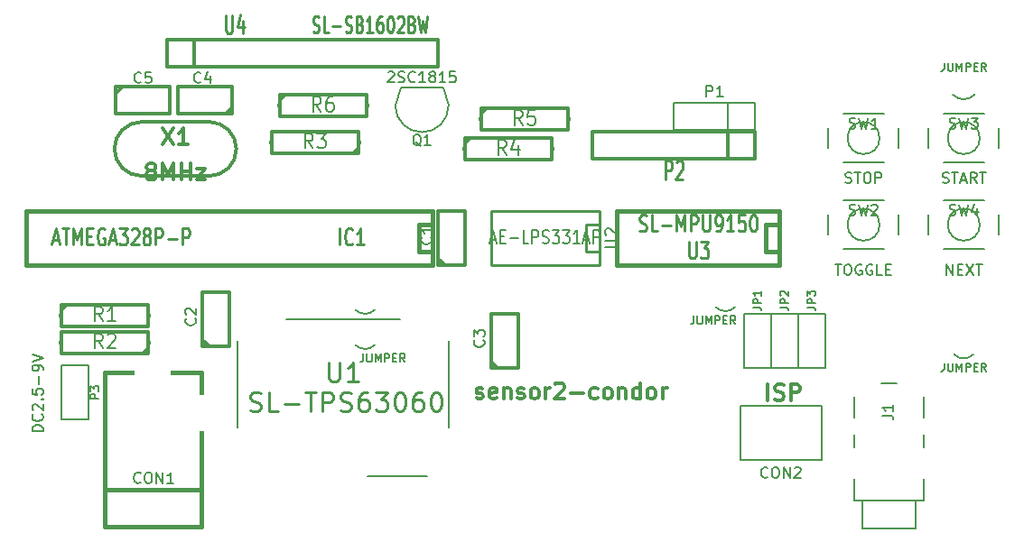
<source format=gto>
G04 (created by PCBNEW (2013-07-07 BZR 4022)-stable) date 2014/09/12 23:22:48*
%MOIN*%
G04 Gerber Fmt 3.4, Leading zero omitted, Abs format*
%FSLAX34Y34*%
G01*
G70*
G90*
G04 APERTURE LIST*
%ADD10C,0.00590551*%
%ADD11C,0.006*%
%ADD12C,0.00787402*%
%ADD13C,0.011811*%
%ADD14C,0.012*%
%ADD15C,0.008*%
%ADD16C,0.0125*%
%ADD17C,0.01*%
%ADD18C,0.015*%
%ADD19C,0.0107*%
%ADD20C,0.01125*%
%ADD21C,0.06*%
%ADD22R,0.055X0.055*%
%ADD23C,0.055*%
%ADD24R,0.06X0.06*%
%ADD25C,0.056*%
%ADD26R,0.1378X0.1378*%
%ADD27C,0.0787402*%
%ADD28C,0.0393701*%
%ADD29C,0.244094*%
%ADD30C,0.0944882*%
%ADD31C,0.0511811*%
G04 APERTURE END LIST*
G54D10*
G54D11*
X35506Y17746D02*
X35506Y17532D01*
X35491Y17489D01*
X35463Y17460D01*
X35420Y17446D01*
X35391Y17446D01*
X35648Y17746D02*
X35648Y17503D01*
X35663Y17474D01*
X35677Y17460D01*
X35706Y17446D01*
X35763Y17446D01*
X35791Y17460D01*
X35806Y17474D01*
X35820Y17503D01*
X35820Y17746D01*
X35963Y17446D02*
X35963Y17746D01*
X36063Y17532D01*
X36163Y17746D01*
X36163Y17446D01*
X36306Y17446D02*
X36306Y17746D01*
X36420Y17746D01*
X36448Y17732D01*
X36463Y17717D01*
X36477Y17689D01*
X36477Y17646D01*
X36463Y17617D01*
X36448Y17603D01*
X36420Y17589D01*
X36306Y17589D01*
X36606Y17603D02*
X36706Y17603D01*
X36748Y17446D02*
X36606Y17446D01*
X36606Y17746D01*
X36748Y17746D01*
X37048Y17446D02*
X36948Y17589D01*
X36877Y17446D02*
X36877Y17746D01*
X36991Y17746D01*
X37020Y17732D01*
X37034Y17717D01*
X37048Y17689D01*
X37048Y17646D01*
X37034Y17617D01*
X37020Y17603D01*
X36991Y17589D01*
X36877Y17589D01*
G54D12*
X35827Y16567D02*
G75*
G03X36627Y16567I399J399D01*
G74*
G01*
X35877Y6967D02*
G75*
G03X36577Y6967I349J349D01*
G74*
G01*
G54D11*
X35506Y6646D02*
X35506Y6432D01*
X35491Y6389D01*
X35463Y6360D01*
X35420Y6346D01*
X35391Y6346D01*
X35648Y6646D02*
X35648Y6403D01*
X35663Y6374D01*
X35677Y6360D01*
X35706Y6346D01*
X35763Y6346D01*
X35791Y6360D01*
X35806Y6374D01*
X35820Y6403D01*
X35820Y6646D01*
X35963Y6346D02*
X35963Y6646D01*
X36063Y6432D01*
X36163Y6646D01*
X36163Y6346D01*
X36306Y6346D02*
X36306Y6646D01*
X36420Y6646D01*
X36448Y6632D01*
X36463Y6617D01*
X36477Y6589D01*
X36477Y6546D01*
X36463Y6517D01*
X36448Y6503D01*
X36420Y6489D01*
X36306Y6489D01*
X36606Y6503D02*
X36706Y6503D01*
X36748Y6346D02*
X36606Y6346D01*
X36606Y6646D01*
X36748Y6646D01*
X37048Y6346D02*
X36948Y6489D01*
X36877Y6346D02*
X36877Y6646D01*
X36991Y6646D01*
X37020Y6632D01*
X37034Y6617D01*
X37048Y6589D01*
X37048Y6546D01*
X37034Y6517D01*
X37020Y6503D01*
X36991Y6489D01*
X36877Y6489D01*
G54D13*
X29001Y5278D02*
X29001Y5869D01*
X29254Y5306D02*
X29338Y5278D01*
X29479Y5278D01*
X29535Y5306D01*
X29563Y5334D01*
X29591Y5391D01*
X29591Y5447D01*
X29563Y5503D01*
X29535Y5531D01*
X29479Y5559D01*
X29366Y5588D01*
X29310Y5616D01*
X29282Y5644D01*
X29254Y5700D01*
X29254Y5756D01*
X29282Y5812D01*
X29310Y5841D01*
X29366Y5869D01*
X29507Y5869D01*
X29591Y5841D01*
X29844Y5278D02*
X29844Y5869D01*
X30069Y5869D01*
X30125Y5841D01*
X30154Y5812D01*
X30182Y5756D01*
X30182Y5672D01*
X30154Y5616D01*
X30125Y5588D01*
X30069Y5559D01*
X29844Y5559D01*
G54D11*
X26256Y8396D02*
X26256Y8182D01*
X26241Y8139D01*
X26213Y8110D01*
X26170Y8096D01*
X26141Y8096D01*
X26398Y8396D02*
X26398Y8153D01*
X26413Y8124D01*
X26427Y8110D01*
X26456Y8096D01*
X26513Y8096D01*
X26541Y8110D01*
X26556Y8124D01*
X26570Y8153D01*
X26570Y8396D01*
X26713Y8096D02*
X26713Y8396D01*
X26813Y8182D01*
X26913Y8396D01*
X26913Y8096D01*
X27056Y8096D02*
X27056Y8396D01*
X27170Y8396D01*
X27198Y8382D01*
X27213Y8367D01*
X27227Y8339D01*
X27227Y8296D01*
X27213Y8267D01*
X27198Y8253D01*
X27170Y8239D01*
X27056Y8239D01*
X27356Y8253D02*
X27456Y8253D01*
X27498Y8096D02*
X27356Y8096D01*
X27356Y8396D01*
X27498Y8396D01*
X27798Y8096D02*
X27698Y8239D01*
X27627Y8096D02*
X27627Y8396D01*
X27741Y8396D01*
X27770Y8382D01*
X27784Y8367D01*
X27798Y8339D01*
X27798Y8296D01*
X27784Y8267D01*
X27770Y8253D01*
X27741Y8239D01*
X27627Y8239D01*
G54D12*
X27077Y8717D02*
G75*
G03X27777Y8717I349J349D01*
G74*
G01*
X13777Y8617D02*
G75*
G03X14477Y8617I349J349D01*
G74*
G01*
G54D11*
X14056Y6996D02*
X14056Y6782D01*
X14041Y6739D01*
X14013Y6710D01*
X13970Y6696D01*
X13941Y6696D01*
X14198Y6996D02*
X14198Y6753D01*
X14213Y6724D01*
X14227Y6710D01*
X14256Y6696D01*
X14313Y6696D01*
X14341Y6710D01*
X14356Y6724D01*
X14370Y6753D01*
X14370Y6996D01*
X14513Y6696D02*
X14513Y6996D01*
X14613Y6782D01*
X14713Y6996D01*
X14713Y6696D01*
X14856Y6696D02*
X14856Y6996D01*
X14970Y6996D01*
X14998Y6982D01*
X15013Y6967D01*
X15027Y6939D01*
X15027Y6896D01*
X15013Y6867D01*
X14998Y6853D01*
X14970Y6839D01*
X14856Y6839D01*
X15156Y6853D02*
X15256Y6853D01*
X15298Y6696D02*
X15156Y6696D01*
X15156Y6996D01*
X15298Y6996D01*
X15598Y6696D02*
X15498Y6839D01*
X15427Y6696D02*
X15427Y6996D01*
X15541Y6996D01*
X15570Y6982D01*
X15584Y6967D01*
X15598Y6939D01*
X15598Y6896D01*
X15584Y6867D01*
X15570Y6853D01*
X15541Y6839D01*
X15427Y6839D01*
G54D12*
X13777Y7317D02*
G75*
G03X14477Y7317I349J349D01*
G74*
G01*
G54D13*
X18240Y5356D02*
X18296Y5328D01*
X18409Y5328D01*
X18465Y5356D01*
X18493Y5413D01*
X18493Y5441D01*
X18465Y5497D01*
X18409Y5525D01*
X18324Y5525D01*
X18268Y5553D01*
X18240Y5609D01*
X18240Y5638D01*
X18268Y5694D01*
X18324Y5722D01*
X18409Y5722D01*
X18465Y5694D01*
X18971Y5356D02*
X18915Y5328D01*
X18802Y5328D01*
X18746Y5356D01*
X18718Y5413D01*
X18718Y5638D01*
X18746Y5694D01*
X18802Y5722D01*
X18915Y5722D01*
X18971Y5694D01*
X18999Y5638D01*
X18999Y5581D01*
X18718Y5525D01*
X19252Y5722D02*
X19252Y5328D01*
X19252Y5666D02*
X19280Y5694D01*
X19337Y5722D01*
X19421Y5722D01*
X19477Y5694D01*
X19505Y5638D01*
X19505Y5328D01*
X19759Y5356D02*
X19815Y5328D01*
X19927Y5328D01*
X19984Y5356D01*
X20012Y5413D01*
X20012Y5441D01*
X19984Y5497D01*
X19927Y5525D01*
X19843Y5525D01*
X19787Y5553D01*
X19759Y5609D01*
X19759Y5638D01*
X19787Y5694D01*
X19843Y5722D01*
X19927Y5722D01*
X19984Y5694D01*
X20349Y5328D02*
X20293Y5356D01*
X20265Y5384D01*
X20237Y5441D01*
X20237Y5609D01*
X20265Y5666D01*
X20293Y5694D01*
X20349Y5722D01*
X20433Y5722D01*
X20490Y5694D01*
X20518Y5666D01*
X20546Y5609D01*
X20546Y5441D01*
X20518Y5384D01*
X20490Y5356D01*
X20433Y5328D01*
X20349Y5328D01*
X20799Y5328D02*
X20799Y5722D01*
X20799Y5609D02*
X20827Y5666D01*
X20855Y5694D01*
X20912Y5722D01*
X20968Y5722D01*
X21137Y5862D02*
X21165Y5891D01*
X21221Y5919D01*
X21361Y5919D01*
X21418Y5891D01*
X21446Y5862D01*
X21474Y5806D01*
X21474Y5750D01*
X21446Y5666D01*
X21108Y5328D01*
X21474Y5328D01*
X21727Y5553D02*
X22177Y5553D01*
X22711Y5356D02*
X22655Y5328D01*
X22543Y5328D01*
X22486Y5356D01*
X22458Y5384D01*
X22430Y5441D01*
X22430Y5609D01*
X22458Y5666D01*
X22486Y5694D01*
X22543Y5722D01*
X22655Y5722D01*
X22711Y5694D01*
X23049Y5328D02*
X22993Y5356D01*
X22964Y5384D01*
X22936Y5441D01*
X22936Y5609D01*
X22964Y5666D01*
X22993Y5694D01*
X23049Y5722D01*
X23133Y5722D01*
X23189Y5694D01*
X23217Y5666D01*
X23246Y5609D01*
X23246Y5441D01*
X23217Y5384D01*
X23189Y5356D01*
X23133Y5328D01*
X23049Y5328D01*
X23499Y5722D02*
X23499Y5328D01*
X23499Y5666D02*
X23527Y5694D01*
X23583Y5722D01*
X23667Y5722D01*
X23724Y5694D01*
X23752Y5638D01*
X23752Y5328D01*
X24286Y5328D02*
X24286Y5919D01*
X24286Y5356D02*
X24230Y5328D01*
X24117Y5328D01*
X24061Y5356D01*
X24033Y5384D01*
X24005Y5441D01*
X24005Y5609D01*
X24033Y5666D01*
X24061Y5694D01*
X24117Y5722D01*
X24230Y5722D01*
X24286Y5694D01*
X24652Y5328D02*
X24595Y5356D01*
X24567Y5384D01*
X24539Y5441D01*
X24539Y5609D01*
X24567Y5666D01*
X24595Y5694D01*
X24652Y5722D01*
X24736Y5722D01*
X24792Y5694D01*
X24820Y5666D01*
X24849Y5609D01*
X24849Y5441D01*
X24820Y5384D01*
X24792Y5356D01*
X24736Y5328D01*
X24652Y5328D01*
X25102Y5328D02*
X25102Y5722D01*
X25102Y5609D02*
X25130Y5666D01*
X25158Y5694D01*
X25214Y5722D01*
X25270Y5722D01*
G54D10*
X11227Y8267D02*
X15427Y8267D01*
X17227Y4267D02*
X17227Y7467D01*
X14227Y2467D02*
X16427Y2467D01*
X9427Y7467D02*
X9427Y4267D01*
G54D14*
X28527Y15217D02*
X28527Y14217D01*
X28527Y14217D02*
X22527Y14217D01*
X22527Y14217D02*
X22527Y15217D01*
X22527Y15217D02*
X28527Y15217D01*
X27527Y15217D02*
X27527Y14217D01*
X6811Y17610D02*
X6811Y18610D01*
X6811Y18610D02*
X16811Y18610D01*
X16811Y18610D02*
X16811Y17610D01*
X16811Y17610D02*
X6811Y17610D01*
X7811Y17610D02*
X7811Y18610D01*
X2527Y8417D02*
X2927Y8417D01*
X2927Y8417D02*
X2927Y8817D01*
X2927Y8817D02*
X6127Y8817D01*
X6127Y8817D02*
X6127Y8017D01*
X6127Y8017D02*
X2927Y8017D01*
X2927Y8017D02*
X2927Y8417D01*
X2927Y8617D02*
X3127Y8817D01*
X6527Y8417D02*
X6127Y8417D01*
X6527Y7417D02*
X6127Y7417D01*
X6127Y7417D02*
X6127Y7017D01*
X6127Y7017D02*
X2927Y7017D01*
X2927Y7017D02*
X2927Y7817D01*
X2927Y7817D02*
X6127Y7817D01*
X6127Y7817D02*
X6127Y7417D01*
X6127Y7217D02*
X5927Y7017D01*
X2527Y7417D02*
X2927Y7417D01*
X14277Y14817D02*
X13877Y14817D01*
X13877Y14817D02*
X13877Y14417D01*
X13877Y14417D02*
X10677Y14417D01*
X10677Y14417D02*
X10677Y15217D01*
X10677Y15217D02*
X13877Y15217D01*
X13877Y15217D02*
X13877Y14817D01*
X13877Y14617D02*
X13677Y14417D01*
X10277Y14817D02*
X10677Y14817D01*
X10577Y16167D02*
X10977Y16167D01*
X10977Y16167D02*
X10977Y16567D01*
X10977Y16567D02*
X14177Y16567D01*
X14177Y16567D02*
X14177Y15767D01*
X14177Y15767D02*
X10977Y15767D01*
X10977Y15767D02*
X10977Y16167D01*
X10977Y16367D02*
X11177Y16567D01*
X14577Y16167D02*
X14177Y16167D01*
X17427Y14567D02*
X17827Y14567D01*
X17827Y14567D02*
X17827Y14967D01*
X17827Y14967D02*
X21027Y14967D01*
X21027Y14967D02*
X21027Y14167D01*
X21027Y14167D02*
X17827Y14167D01*
X17827Y14167D02*
X17827Y14567D01*
X17827Y14767D02*
X18027Y14967D01*
X21427Y14567D02*
X21027Y14567D01*
X18027Y15667D02*
X18427Y15667D01*
X18427Y15667D02*
X18427Y16067D01*
X18427Y16067D02*
X21627Y16067D01*
X21627Y16067D02*
X21627Y15267D01*
X21627Y15267D02*
X18427Y15267D01*
X18427Y15267D02*
X18427Y15667D01*
X18427Y15867D02*
X18627Y16067D01*
X22027Y15667D02*
X21627Y15667D01*
G54D15*
X27977Y5067D02*
X30977Y5067D01*
X30977Y3067D02*
X27977Y3067D01*
X27977Y3067D02*
X27977Y5067D01*
X30977Y5067D02*
X30977Y3067D01*
G54D11*
X28527Y16267D02*
X28527Y15267D01*
X28527Y15267D02*
X25527Y15267D01*
X25527Y15267D02*
X25527Y16267D01*
X25527Y16267D02*
X28527Y16267D01*
X27527Y15267D02*
X27527Y16267D01*
X2927Y6567D02*
X3927Y6567D01*
X3927Y6567D02*
X3927Y4567D01*
X3927Y4567D02*
X2927Y4567D01*
X2927Y4567D02*
X2927Y6567D01*
X31127Y6467D02*
X30127Y6467D01*
X30127Y6467D02*
X30127Y8467D01*
X30127Y8467D02*
X31127Y8467D01*
X31127Y8467D02*
X31127Y6467D01*
X30127Y6467D02*
X29127Y6467D01*
X29127Y6467D02*
X29127Y8467D01*
X29127Y8467D02*
X30127Y8467D01*
X30127Y8467D02*
X30127Y6467D01*
X29127Y6467D02*
X28127Y6467D01*
X28127Y6467D02*
X28127Y8467D01*
X28127Y8467D02*
X29127Y8467D01*
X29127Y8467D02*
X29127Y6467D01*
G54D16*
X5877Y13567D02*
X8377Y13567D01*
X5877Y15567D02*
X8377Y15567D01*
X9377Y14567D02*
G75*
G03X8377Y15567I-1000J0D01*
G74*
G01*
X8377Y13567D02*
G75*
G03X9377Y14567I0J1000D01*
G74*
G01*
X5877Y15567D02*
G75*
G03X4877Y14567I0J-1000D01*
G74*
G01*
X4877Y14567D02*
G75*
G03X5877Y13567I1000J0D01*
G74*
G01*
G54D17*
X22777Y10767D02*
X22277Y10767D01*
X22277Y10767D02*
X22277Y11767D01*
X22277Y11767D02*
X22777Y11767D01*
X22777Y10267D02*
X18777Y10267D01*
X18777Y10267D02*
X18777Y12267D01*
X18777Y12267D02*
X22777Y12267D01*
X22777Y12267D02*
X22777Y10267D01*
G54D18*
X16627Y10267D02*
X1627Y10267D01*
X1627Y10267D02*
X1627Y12267D01*
X1627Y12267D02*
X16627Y12267D01*
X16627Y12267D02*
X16627Y10267D01*
X16627Y10767D02*
X16127Y10767D01*
X16127Y10767D02*
X16127Y11767D01*
X16127Y11767D02*
X16627Y11767D01*
X29427Y12267D02*
X23427Y12267D01*
X23427Y12267D02*
X23427Y10267D01*
X23427Y10267D02*
X29427Y10267D01*
X29427Y10767D02*
X28927Y10767D01*
X28927Y10767D02*
X28927Y11767D01*
X28927Y11767D02*
X29427Y11767D01*
X29427Y10267D02*
X29427Y12267D01*
G54D14*
X9207Y15867D02*
X7227Y15867D01*
X7227Y15867D02*
X7227Y16867D01*
X7227Y16867D02*
X9227Y16867D01*
X9227Y16867D02*
X9227Y15867D01*
X9227Y16117D02*
X8977Y15867D01*
X4947Y16867D02*
X6927Y16867D01*
X6927Y16867D02*
X6927Y15867D01*
X6927Y15867D02*
X4927Y15867D01*
X4927Y15867D02*
X4927Y16867D01*
X4927Y16617D02*
X5177Y16867D01*
X8127Y7287D02*
X8127Y9267D01*
X8127Y9267D02*
X9127Y9267D01*
X9127Y9267D02*
X9127Y7267D01*
X9127Y7267D02*
X8127Y7267D01*
X8377Y7267D02*
X8127Y7517D01*
X18777Y6487D02*
X18777Y8467D01*
X18777Y8467D02*
X19777Y8467D01*
X19777Y8467D02*
X19777Y6467D01*
X19777Y6467D02*
X18777Y6467D01*
X19027Y6467D02*
X18777Y6717D01*
X16827Y10287D02*
X16827Y12267D01*
X16827Y12267D02*
X17827Y12267D01*
X17827Y12267D02*
X17827Y10267D01*
X17827Y10267D02*
X16827Y10267D01*
X17077Y10267D02*
X16827Y10517D01*
G54D18*
X4527Y1968D02*
X8071Y1968D01*
X4527Y590D02*
X8071Y590D01*
X8071Y590D02*
X8071Y6299D01*
X8071Y6299D02*
X4527Y6299D01*
X4527Y6299D02*
X4527Y590D01*
G54D10*
X33118Y11767D02*
G75*
G03X33118Y11767I-590J0D01*
G74*
G01*
X31779Y10862D02*
X33275Y10862D01*
X31779Y12673D02*
X33275Y12673D01*
X31228Y12122D02*
X31228Y11413D01*
X33826Y11413D02*
X33826Y12122D01*
X36818Y11767D02*
G75*
G03X36818Y11767I-590J0D01*
G74*
G01*
X35479Y10862D02*
X36975Y10862D01*
X35479Y12673D02*
X36975Y12673D01*
X34928Y12122D02*
X34928Y11413D01*
X37526Y11413D02*
X37526Y12122D01*
X36818Y14967D02*
G75*
G03X36818Y14967I-590J0D01*
G74*
G01*
X35479Y14062D02*
X36975Y14062D01*
X35479Y15873D02*
X36975Y15873D01*
X34928Y15322D02*
X34928Y14613D01*
X37526Y14613D02*
X37526Y15322D01*
X33118Y14967D02*
G75*
G03X33118Y14967I-590J0D01*
G74*
G01*
X31779Y14062D02*
X33275Y14062D01*
X31779Y15873D02*
X33275Y15873D01*
X31228Y15322D02*
X31228Y14613D01*
X33826Y14613D02*
X33826Y15322D01*
X15243Y16167D02*
X15440Y16837D01*
X15440Y16837D02*
X17014Y16837D01*
X17014Y16837D02*
X17211Y16167D01*
X15243Y16167D02*
G75*
G03X16227Y15183I984J0D01*
G74*
G01*
X16227Y15183D02*
G75*
G03X17211Y16167I0J984D01*
G74*
G01*
X32480Y1574D02*
X32185Y1574D01*
X32185Y1574D02*
X32185Y2362D01*
X34448Y1574D02*
X34744Y1574D01*
X34744Y1574D02*
X34744Y2362D01*
X34448Y1574D02*
X34448Y551D01*
X34448Y551D02*
X32480Y551D01*
X32480Y551D02*
X32480Y1574D01*
X34448Y1574D02*
X32480Y1574D01*
X32185Y4625D02*
X32185Y5413D01*
X34744Y4625D02*
X34744Y5413D01*
X34744Y3543D02*
X34744Y4015D01*
X32185Y3543D02*
X32185Y3996D01*
X33740Y5905D02*
X33188Y5905D01*
G54D17*
X12794Y6684D02*
X12794Y6117D01*
X12827Y6051D01*
X12860Y6017D01*
X12927Y5984D01*
X13060Y5984D01*
X13127Y6017D01*
X13160Y6051D01*
X13194Y6117D01*
X13194Y6684D01*
X13894Y5984D02*
X13494Y5984D01*
X13694Y5984D02*
X13694Y6684D01*
X13627Y6584D01*
X13560Y6517D01*
X13494Y6484D01*
X9894Y4917D02*
X9994Y4884D01*
X10160Y4884D01*
X10227Y4917D01*
X10260Y4951D01*
X10294Y5017D01*
X10294Y5084D01*
X10260Y5151D01*
X10227Y5184D01*
X10160Y5217D01*
X10027Y5251D01*
X9960Y5284D01*
X9927Y5317D01*
X9894Y5384D01*
X9894Y5451D01*
X9927Y5517D01*
X9960Y5551D01*
X10027Y5584D01*
X10194Y5584D01*
X10294Y5551D01*
X10927Y4884D02*
X10594Y4884D01*
X10594Y5584D01*
X11160Y5151D02*
X11694Y5151D01*
X11927Y5584D02*
X12327Y5584D01*
X12127Y4884D02*
X12127Y5584D01*
X12560Y4884D02*
X12560Y5584D01*
X12827Y5584D01*
X12894Y5551D01*
X12927Y5517D01*
X12960Y5451D01*
X12960Y5351D01*
X12927Y5284D01*
X12894Y5251D01*
X12827Y5217D01*
X12560Y5217D01*
X13227Y4917D02*
X13327Y4884D01*
X13494Y4884D01*
X13560Y4917D01*
X13594Y4951D01*
X13627Y5017D01*
X13627Y5084D01*
X13594Y5151D01*
X13560Y5184D01*
X13494Y5217D01*
X13360Y5251D01*
X13294Y5284D01*
X13260Y5317D01*
X13227Y5384D01*
X13227Y5451D01*
X13260Y5517D01*
X13294Y5551D01*
X13360Y5584D01*
X13527Y5584D01*
X13627Y5551D01*
X14227Y5584D02*
X14094Y5584D01*
X14027Y5551D01*
X13994Y5517D01*
X13927Y5417D01*
X13894Y5284D01*
X13894Y5017D01*
X13927Y4951D01*
X13960Y4917D01*
X14027Y4884D01*
X14160Y4884D01*
X14227Y4917D01*
X14260Y4951D01*
X14294Y5017D01*
X14294Y5184D01*
X14260Y5251D01*
X14227Y5284D01*
X14160Y5317D01*
X14027Y5317D01*
X13960Y5284D01*
X13927Y5251D01*
X13894Y5184D01*
X14527Y5584D02*
X14960Y5584D01*
X14727Y5317D01*
X14827Y5317D01*
X14894Y5284D01*
X14927Y5251D01*
X14960Y5184D01*
X14960Y5017D01*
X14927Y4951D01*
X14894Y4917D01*
X14827Y4884D01*
X14627Y4884D01*
X14560Y4917D01*
X14527Y4951D01*
X15394Y5584D02*
X15460Y5584D01*
X15527Y5551D01*
X15560Y5517D01*
X15594Y5451D01*
X15627Y5317D01*
X15627Y5151D01*
X15594Y5017D01*
X15560Y4951D01*
X15527Y4917D01*
X15460Y4884D01*
X15394Y4884D01*
X15327Y4917D01*
X15294Y4951D01*
X15260Y5017D01*
X15227Y5151D01*
X15227Y5317D01*
X15260Y5451D01*
X15294Y5517D01*
X15327Y5551D01*
X15394Y5584D01*
X16227Y5584D02*
X16094Y5584D01*
X16027Y5551D01*
X15994Y5517D01*
X15927Y5417D01*
X15894Y5284D01*
X15894Y5017D01*
X15927Y4951D01*
X15960Y4917D01*
X16027Y4884D01*
X16160Y4884D01*
X16227Y4917D01*
X16260Y4951D01*
X16294Y5017D01*
X16294Y5184D01*
X16260Y5251D01*
X16227Y5284D01*
X16160Y5317D01*
X16027Y5317D01*
X15960Y5284D01*
X15927Y5251D01*
X15894Y5184D01*
X16727Y5584D02*
X16794Y5584D01*
X16860Y5551D01*
X16894Y5517D01*
X16927Y5451D01*
X16960Y5317D01*
X16960Y5151D01*
X16927Y5017D01*
X16894Y4951D01*
X16860Y4917D01*
X16794Y4884D01*
X16727Y4884D01*
X16660Y4917D01*
X16627Y4951D01*
X16594Y5017D01*
X16560Y5151D01*
X16560Y5317D01*
X16594Y5451D01*
X16627Y5517D01*
X16660Y5551D01*
X16727Y5584D01*
G54D19*
X25211Y13442D02*
X25211Y14123D01*
X25374Y14123D01*
X25415Y14090D01*
X25435Y14058D01*
X25456Y13993D01*
X25456Y13896D01*
X25435Y13831D01*
X25415Y13798D01*
X25374Y13766D01*
X25211Y13766D01*
X25619Y14058D02*
X25639Y14090D01*
X25680Y14123D01*
X25782Y14123D01*
X25823Y14090D01*
X25843Y14058D01*
X25863Y13993D01*
X25863Y13928D01*
X25843Y13831D01*
X25598Y13442D01*
X25863Y13442D01*
G54D14*
G54D19*
X8984Y19515D02*
X8984Y18964D01*
X9005Y18899D01*
X9025Y18867D01*
X9066Y18834D01*
X9147Y18834D01*
X9188Y18867D01*
X9209Y18899D01*
X9229Y18964D01*
X9229Y19515D01*
X9616Y19288D02*
X9616Y18834D01*
X9514Y19548D02*
X9412Y19061D01*
X9677Y19061D01*
G54D14*
G54D17*
X12206Y18895D02*
X12263Y18867D01*
X12358Y18867D01*
X12396Y18895D01*
X12415Y18924D01*
X12434Y18981D01*
X12434Y19038D01*
X12415Y19095D01*
X12396Y19124D01*
X12358Y19153D01*
X12282Y19181D01*
X12244Y19210D01*
X12225Y19238D01*
X12206Y19295D01*
X12206Y19353D01*
X12225Y19410D01*
X12244Y19438D01*
X12282Y19467D01*
X12377Y19467D01*
X12434Y19438D01*
X12796Y18867D02*
X12606Y18867D01*
X12606Y19467D01*
X12930Y19095D02*
X13234Y19095D01*
X13406Y18895D02*
X13463Y18867D01*
X13558Y18867D01*
X13596Y18895D01*
X13615Y18924D01*
X13634Y18981D01*
X13634Y19038D01*
X13615Y19095D01*
X13596Y19124D01*
X13558Y19153D01*
X13482Y19181D01*
X13444Y19210D01*
X13425Y19238D01*
X13406Y19295D01*
X13406Y19353D01*
X13425Y19410D01*
X13444Y19438D01*
X13482Y19467D01*
X13577Y19467D01*
X13634Y19438D01*
X13939Y19181D02*
X13996Y19153D01*
X14015Y19124D01*
X14034Y19067D01*
X14034Y18981D01*
X14015Y18924D01*
X13996Y18895D01*
X13958Y18867D01*
X13806Y18867D01*
X13806Y19467D01*
X13939Y19467D01*
X13977Y19438D01*
X13996Y19410D01*
X14015Y19353D01*
X14015Y19295D01*
X13996Y19238D01*
X13977Y19210D01*
X13939Y19181D01*
X13806Y19181D01*
X14415Y18867D02*
X14187Y18867D01*
X14301Y18867D02*
X14301Y19467D01*
X14263Y19381D01*
X14225Y19324D01*
X14187Y19295D01*
X14758Y19467D02*
X14682Y19467D01*
X14644Y19438D01*
X14625Y19410D01*
X14587Y19324D01*
X14568Y19210D01*
X14568Y18981D01*
X14587Y18924D01*
X14606Y18895D01*
X14644Y18867D01*
X14720Y18867D01*
X14758Y18895D01*
X14777Y18924D01*
X14796Y18981D01*
X14796Y19124D01*
X14777Y19181D01*
X14758Y19210D01*
X14720Y19238D01*
X14644Y19238D01*
X14606Y19210D01*
X14587Y19181D01*
X14568Y19124D01*
X15044Y19467D02*
X15082Y19467D01*
X15120Y19438D01*
X15139Y19410D01*
X15158Y19353D01*
X15177Y19238D01*
X15177Y19095D01*
X15158Y18981D01*
X15139Y18924D01*
X15120Y18895D01*
X15082Y18867D01*
X15044Y18867D01*
X15006Y18895D01*
X14987Y18924D01*
X14968Y18981D01*
X14949Y19095D01*
X14949Y19238D01*
X14968Y19353D01*
X14987Y19410D01*
X15006Y19438D01*
X15044Y19467D01*
X15330Y19410D02*
X15349Y19438D01*
X15387Y19467D01*
X15482Y19467D01*
X15520Y19438D01*
X15539Y19410D01*
X15558Y19353D01*
X15558Y19295D01*
X15539Y19210D01*
X15311Y18867D01*
X15558Y18867D01*
X15863Y19181D02*
X15920Y19153D01*
X15939Y19124D01*
X15958Y19067D01*
X15958Y18981D01*
X15939Y18924D01*
X15920Y18895D01*
X15882Y18867D01*
X15730Y18867D01*
X15730Y19467D01*
X15863Y19467D01*
X15901Y19438D01*
X15920Y19410D01*
X15939Y19353D01*
X15939Y19295D01*
X15920Y19238D01*
X15901Y19210D01*
X15863Y19181D01*
X15730Y19181D01*
X16091Y19467D02*
X16187Y18867D01*
X16263Y19295D01*
X16339Y18867D01*
X16434Y19467D01*
G54D14*
G54D15*
X4444Y8195D02*
X4277Y8457D01*
X4158Y8195D02*
X4158Y8745D01*
X4348Y8745D01*
X4396Y8718D01*
X4420Y8692D01*
X4444Y8640D01*
X4444Y8561D01*
X4420Y8509D01*
X4396Y8483D01*
X4348Y8457D01*
X4158Y8457D01*
X4920Y8195D02*
X4634Y8195D01*
X4777Y8195D02*
X4777Y8745D01*
X4729Y8666D01*
X4682Y8614D01*
X4634Y8587D01*
X4444Y7195D02*
X4277Y7457D01*
X4158Y7195D02*
X4158Y7745D01*
X4348Y7745D01*
X4396Y7718D01*
X4420Y7692D01*
X4444Y7640D01*
X4444Y7561D01*
X4420Y7509D01*
X4396Y7483D01*
X4348Y7457D01*
X4158Y7457D01*
X4634Y7692D02*
X4658Y7718D01*
X4706Y7745D01*
X4825Y7745D01*
X4872Y7718D01*
X4896Y7692D01*
X4920Y7640D01*
X4920Y7587D01*
X4896Y7509D01*
X4610Y7195D01*
X4920Y7195D01*
X12194Y14595D02*
X12027Y14857D01*
X11908Y14595D02*
X11908Y15145D01*
X12098Y15145D01*
X12146Y15118D01*
X12170Y15092D01*
X12194Y15040D01*
X12194Y14961D01*
X12170Y14909D01*
X12146Y14883D01*
X12098Y14857D01*
X11908Y14857D01*
X12360Y15145D02*
X12670Y15145D01*
X12503Y14935D01*
X12575Y14935D01*
X12622Y14909D01*
X12646Y14883D01*
X12670Y14830D01*
X12670Y14699D01*
X12646Y14647D01*
X12622Y14621D01*
X12575Y14595D01*
X12432Y14595D01*
X12384Y14621D01*
X12360Y14647D01*
X12494Y15945D02*
X12327Y16207D01*
X12208Y15945D02*
X12208Y16495D01*
X12398Y16495D01*
X12446Y16468D01*
X12470Y16442D01*
X12494Y16390D01*
X12494Y16311D01*
X12470Y16259D01*
X12446Y16233D01*
X12398Y16207D01*
X12208Y16207D01*
X12922Y16495D02*
X12827Y16495D01*
X12779Y16468D01*
X12756Y16442D01*
X12708Y16364D01*
X12684Y16259D01*
X12684Y16049D01*
X12708Y15997D01*
X12732Y15971D01*
X12779Y15945D01*
X12875Y15945D01*
X12922Y15971D01*
X12946Y15997D01*
X12970Y16049D01*
X12970Y16180D01*
X12946Y16233D01*
X12922Y16259D01*
X12875Y16285D01*
X12779Y16285D01*
X12732Y16259D01*
X12708Y16233D01*
X12684Y16180D01*
X19344Y14345D02*
X19177Y14607D01*
X19058Y14345D02*
X19058Y14895D01*
X19248Y14895D01*
X19296Y14868D01*
X19320Y14842D01*
X19344Y14790D01*
X19344Y14711D01*
X19320Y14659D01*
X19296Y14633D01*
X19248Y14607D01*
X19058Y14607D01*
X19772Y14711D02*
X19772Y14345D01*
X19653Y14921D02*
X19534Y14528D01*
X19844Y14528D01*
X19944Y15445D02*
X19777Y15707D01*
X19658Y15445D02*
X19658Y15995D01*
X19848Y15995D01*
X19896Y15968D01*
X19920Y15942D01*
X19944Y15890D01*
X19944Y15811D01*
X19920Y15759D01*
X19896Y15733D01*
X19848Y15707D01*
X19658Y15707D01*
X20396Y15995D02*
X20158Y15995D01*
X20134Y15733D01*
X20158Y15759D01*
X20206Y15785D01*
X20325Y15785D01*
X20372Y15759D01*
X20396Y15733D01*
X20420Y15680D01*
X20420Y15549D01*
X20396Y15497D01*
X20372Y15471D01*
X20325Y15445D01*
X20206Y15445D01*
X20158Y15471D01*
X20134Y15497D01*
X28991Y2443D02*
X28972Y2424D01*
X28915Y2405D01*
X28877Y2405D01*
X28820Y2424D01*
X28782Y2462D01*
X28763Y2501D01*
X28744Y2577D01*
X28744Y2634D01*
X28763Y2710D01*
X28782Y2748D01*
X28820Y2786D01*
X28877Y2805D01*
X28915Y2805D01*
X28972Y2786D01*
X28991Y2767D01*
X29239Y2805D02*
X29315Y2805D01*
X29353Y2786D01*
X29391Y2748D01*
X29410Y2672D01*
X29410Y2539D01*
X29391Y2462D01*
X29353Y2424D01*
X29315Y2405D01*
X29239Y2405D01*
X29201Y2424D01*
X29163Y2462D01*
X29144Y2539D01*
X29144Y2672D01*
X29163Y2748D01*
X29201Y2786D01*
X29239Y2805D01*
X29582Y2405D02*
X29582Y2805D01*
X29810Y2405D01*
X29810Y2805D01*
X29982Y2767D02*
X30001Y2786D01*
X30039Y2805D01*
X30134Y2805D01*
X30172Y2786D01*
X30191Y2767D01*
X30210Y2729D01*
X30210Y2691D01*
X30191Y2634D01*
X29963Y2405D01*
X30210Y2405D01*
G54D11*
X26732Y16505D02*
X26732Y16905D01*
X26884Y16905D01*
X26922Y16886D01*
X26941Y16867D01*
X26960Y16829D01*
X26960Y16772D01*
X26941Y16734D01*
X26922Y16715D01*
X26884Y16696D01*
X26732Y16696D01*
X27341Y16505D02*
X27113Y16505D01*
X27227Y16505D02*
X27227Y16905D01*
X27189Y16848D01*
X27151Y16810D01*
X27113Y16791D01*
X4298Y5346D02*
X3998Y5346D01*
X3998Y5460D01*
X4013Y5489D01*
X4027Y5503D01*
X4056Y5517D01*
X4098Y5517D01*
X4127Y5503D01*
X4141Y5489D01*
X4156Y5460D01*
X4156Y5346D01*
X3998Y5617D02*
X3998Y5803D01*
X4113Y5703D01*
X4113Y5746D01*
X4127Y5774D01*
X4141Y5789D01*
X4170Y5803D01*
X4241Y5803D01*
X4270Y5789D01*
X4284Y5774D01*
X4298Y5746D01*
X4298Y5660D01*
X4284Y5632D01*
X4270Y5617D01*
X30448Y8717D02*
X30663Y8717D01*
X30706Y8703D01*
X30734Y8674D01*
X30748Y8632D01*
X30748Y8603D01*
X30748Y8860D02*
X30448Y8860D01*
X30448Y8974D01*
X30463Y9003D01*
X30477Y9017D01*
X30506Y9032D01*
X30548Y9032D01*
X30577Y9017D01*
X30591Y9003D01*
X30606Y8974D01*
X30606Y8860D01*
X30448Y9132D02*
X30448Y9317D01*
X30563Y9217D01*
X30563Y9260D01*
X30577Y9289D01*
X30591Y9303D01*
X30620Y9317D01*
X30691Y9317D01*
X30720Y9303D01*
X30734Y9289D01*
X30748Y9260D01*
X30748Y9174D01*
X30734Y9146D01*
X30720Y9132D01*
X29448Y8717D02*
X29663Y8717D01*
X29706Y8703D01*
X29734Y8674D01*
X29748Y8632D01*
X29748Y8603D01*
X29748Y8860D02*
X29448Y8860D01*
X29448Y8974D01*
X29463Y9003D01*
X29477Y9017D01*
X29506Y9032D01*
X29548Y9032D01*
X29577Y9017D01*
X29591Y9003D01*
X29606Y8974D01*
X29606Y8860D01*
X29477Y9146D02*
X29463Y9160D01*
X29448Y9189D01*
X29448Y9260D01*
X29463Y9289D01*
X29477Y9303D01*
X29506Y9317D01*
X29534Y9317D01*
X29577Y9303D01*
X29748Y9132D01*
X29748Y9317D01*
X28448Y8717D02*
X28663Y8717D01*
X28706Y8703D01*
X28734Y8674D01*
X28748Y8632D01*
X28748Y8603D01*
X28748Y8860D02*
X28448Y8860D01*
X28448Y8974D01*
X28463Y9003D01*
X28477Y9017D01*
X28506Y9032D01*
X28548Y9032D01*
X28577Y9017D01*
X28591Y9003D01*
X28606Y8974D01*
X28606Y8860D01*
X28748Y9317D02*
X28748Y9146D01*
X28748Y9232D02*
X28448Y9232D01*
X28491Y9203D01*
X28520Y9174D01*
X28534Y9146D01*
G54D14*
X6641Y15324D02*
X7041Y14724D01*
X7041Y15324D02*
X6641Y14724D01*
X7584Y14724D02*
X7241Y14724D01*
X7413Y14724D02*
X7413Y15324D01*
X7356Y15239D01*
X7298Y15182D01*
X7241Y15153D01*
X6170Y13767D02*
X6113Y13796D01*
X6084Y13824D01*
X6056Y13882D01*
X6056Y13910D01*
X6084Y13967D01*
X6113Y13996D01*
X6170Y14024D01*
X6284Y14024D01*
X6341Y13996D01*
X6370Y13967D01*
X6398Y13910D01*
X6398Y13882D01*
X6370Y13824D01*
X6341Y13796D01*
X6284Y13767D01*
X6170Y13767D01*
X6113Y13739D01*
X6084Y13710D01*
X6056Y13653D01*
X6056Y13539D01*
X6084Y13482D01*
X6113Y13453D01*
X6170Y13424D01*
X6284Y13424D01*
X6341Y13453D01*
X6370Y13482D01*
X6398Y13539D01*
X6398Y13653D01*
X6370Y13710D01*
X6341Y13739D01*
X6284Y13767D01*
X6656Y13424D02*
X6656Y14024D01*
X6856Y13596D01*
X7056Y14024D01*
X7056Y13424D01*
X7341Y13424D02*
X7341Y14024D01*
X7341Y13739D02*
X7684Y13739D01*
X7684Y13424D02*
X7684Y14024D01*
X7913Y13824D02*
X8227Y13824D01*
X7913Y13424D01*
X8227Y13424D01*
G54D15*
X22979Y10924D02*
X23384Y10924D01*
X23432Y10946D01*
X23456Y10967D01*
X23479Y11010D01*
X23479Y11096D01*
X23456Y11139D01*
X23432Y11160D01*
X23384Y11182D01*
X22979Y11182D01*
X23027Y11374D02*
X23003Y11396D01*
X22979Y11439D01*
X22979Y11546D01*
X23003Y11589D01*
X23027Y11610D01*
X23075Y11632D01*
X23122Y11632D01*
X23194Y11610D01*
X23479Y11353D01*
X23479Y11632D01*
X18758Y11208D02*
X18948Y11208D01*
X18720Y11065D02*
X18853Y11565D01*
X18987Y11065D01*
X19120Y11327D02*
X19253Y11327D01*
X19310Y11065D02*
X19120Y11065D01*
X19120Y11565D01*
X19310Y11565D01*
X19482Y11255D02*
X19787Y11255D01*
X20168Y11065D02*
X19977Y11065D01*
X19977Y11565D01*
X20301Y11065D02*
X20301Y11565D01*
X20453Y11565D01*
X20491Y11541D01*
X20510Y11517D01*
X20529Y11470D01*
X20529Y11398D01*
X20510Y11351D01*
X20491Y11327D01*
X20453Y11303D01*
X20301Y11303D01*
X20682Y11089D02*
X20739Y11065D01*
X20834Y11065D01*
X20872Y11089D01*
X20891Y11112D01*
X20910Y11160D01*
X20910Y11208D01*
X20891Y11255D01*
X20872Y11279D01*
X20834Y11303D01*
X20758Y11327D01*
X20720Y11351D01*
X20701Y11374D01*
X20682Y11422D01*
X20682Y11470D01*
X20701Y11517D01*
X20720Y11541D01*
X20758Y11565D01*
X20853Y11565D01*
X20910Y11541D01*
X21044Y11565D02*
X21291Y11565D01*
X21158Y11374D01*
X21215Y11374D01*
X21253Y11351D01*
X21272Y11327D01*
X21291Y11279D01*
X21291Y11160D01*
X21272Y11112D01*
X21253Y11089D01*
X21215Y11065D01*
X21101Y11065D01*
X21063Y11089D01*
X21044Y11112D01*
X21425Y11565D02*
X21672Y11565D01*
X21539Y11374D01*
X21596Y11374D01*
X21634Y11351D01*
X21653Y11327D01*
X21672Y11279D01*
X21672Y11160D01*
X21653Y11112D01*
X21634Y11089D01*
X21596Y11065D01*
X21482Y11065D01*
X21444Y11089D01*
X21425Y11112D01*
X22053Y11065D02*
X21825Y11065D01*
X21939Y11065D02*
X21939Y11565D01*
X21901Y11493D01*
X21863Y11446D01*
X21825Y11422D01*
X22206Y11208D02*
X22396Y11208D01*
X22168Y11065D02*
X22301Y11565D01*
X22434Y11065D01*
X22568Y11065D02*
X22568Y11565D01*
X22720Y11565D01*
X22758Y11541D01*
X22777Y11517D01*
X22796Y11470D01*
X22796Y11398D01*
X22777Y11351D01*
X22758Y11327D01*
X22720Y11303D01*
X22568Y11303D01*
G54D20*
X13188Y11024D02*
X13188Y11624D01*
X13659Y11082D02*
X13638Y11053D01*
X13573Y11024D01*
X13531Y11024D01*
X13466Y11053D01*
X13423Y11110D01*
X13402Y11167D01*
X13381Y11282D01*
X13381Y11367D01*
X13402Y11482D01*
X13423Y11539D01*
X13466Y11596D01*
X13531Y11624D01*
X13573Y11624D01*
X13638Y11596D01*
X13659Y11567D01*
X14088Y11024D02*
X13831Y11024D01*
X13959Y11024D02*
X13959Y11624D01*
X13916Y11539D01*
X13873Y11482D01*
X13831Y11453D01*
G54D14*
G54D20*
X2598Y11196D02*
X2813Y11196D01*
X2556Y11024D02*
X2706Y11624D01*
X2856Y11024D01*
X2941Y11624D02*
X3198Y11624D01*
X3070Y11024D02*
X3070Y11624D01*
X3348Y11024D02*
X3348Y11624D01*
X3498Y11196D01*
X3648Y11624D01*
X3648Y11024D01*
X3863Y11339D02*
X4013Y11339D01*
X4077Y11024D02*
X3863Y11024D01*
X3863Y11624D01*
X4077Y11624D01*
X4506Y11596D02*
X4463Y11624D01*
X4398Y11624D01*
X4334Y11596D01*
X4291Y11539D01*
X4270Y11482D01*
X4248Y11367D01*
X4248Y11282D01*
X4270Y11167D01*
X4291Y11110D01*
X4334Y11053D01*
X4398Y11024D01*
X4441Y11024D01*
X4506Y11053D01*
X4527Y11082D01*
X4527Y11282D01*
X4441Y11282D01*
X4698Y11196D02*
X4913Y11196D01*
X4656Y11024D02*
X4806Y11624D01*
X4956Y11024D01*
X5063Y11624D02*
X5341Y11624D01*
X5191Y11396D01*
X5256Y11396D01*
X5298Y11367D01*
X5320Y11339D01*
X5341Y11282D01*
X5341Y11139D01*
X5320Y11082D01*
X5298Y11053D01*
X5256Y11024D01*
X5127Y11024D01*
X5084Y11053D01*
X5063Y11082D01*
X5513Y11567D02*
X5534Y11596D01*
X5577Y11624D01*
X5684Y11624D01*
X5727Y11596D01*
X5748Y11567D01*
X5770Y11510D01*
X5770Y11453D01*
X5748Y11367D01*
X5491Y11024D01*
X5770Y11024D01*
X6027Y11367D02*
X5984Y11396D01*
X5963Y11424D01*
X5941Y11482D01*
X5941Y11510D01*
X5963Y11567D01*
X5984Y11596D01*
X6027Y11624D01*
X6113Y11624D01*
X6156Y11596D01*
X6177Y11567D01*
X6198Y11510D01*
X6198Y11482D01*
X6177Y11424D01*
X6156Y11396D01*
X6113Y11367D01*
X6027Y11367D01*
X5984Y11339D01*
X5963Y11310D01*
X5941Y11253D01*
X5941Y11139D01*
X5963Y11082D01*
X5984Y11053D01*
X6027Y11024D01*
X6113Y11024D01*
X6156Y11053D01*
X6177Y11082D01*
X6198Y11139D01*
X6198Y11253D01*
X6177Y11310D01*
X6156Y11339D01*
X6113Y11367D01*
X6391Y11024D02*
X6391Y11624D01*
X6563Y11624D01*
X6606Y11596D01*
X6627Y11567D01*
X6648Y11510D01*
X6648Y11424D01*
X6627Y11367D01*
X6606Y11339D01*
X6563Y11310D01*
X6391Y11310D01*
X6841Y11253D02*
X7184Y11253D01*
X7398Y11024D02*
X7398Y11624D01*
X7570Y11624D01*
X7613Y11596D01*
X7634Y11567D01*
X7656Y11510D01*
X7656Y11424D01*
X7634Y11367D01*
X7613Y11339D01*
X7570Y11310D01*
X7398Y11310D01*
G54D14*
G54D20*
X26084Y11124D02*
X26084Y10639D01*
X26106Y10582D01*
X26127Y10553D01*
X26170Y10524D01*
X26256Y10524D01*
X26298Y10553D01*
X26320Y10582D01*
X26341Y10639D01*
X26341Y11124D01*
X26513Y11124D02*
X26791Y11124D01*
X26641Y10896D01*
X26706Y10896D01*
X26748Y10867D01*
X26770Y10839D01*
X26791Y10782D01*
X26791Y10639D01*
X26770Y10582D01*
X26748Y10553D01*
X26706Y10524D01*
X26577Y10524D01*
X26534Y10553D01*
X26513Y10582D01*
G54D14*
G54D20*
X24263Y11553D02*
X24327Y11524D01*
X24434Y11524D01*
X24477Y11553D01*
X24498Y11582D01*
X24520Y11639D01*
X24520Y11696D01*
X24498Y11753D01*
X24477Y11782D01*
X24434Y11810D01*
X24348Y11839D01*
X24306Y11867D01*
X24284Y11896D01*
X24263Y11953D01*
X24263Y12010D01*
X24284Y12067D01*
X24306Y12096D01*
X24348Y12124D01*
X24456Y12124D01*
X24520Y12096D01*
X24927Y11524D02*
X24713Y11524D01*
X24713Y12124D01*
X25077Y11753D02*
X25420Y11753D01*
X25634Y11524D02*
X25634Y12124D01*
X25784Y11696D01*
X25934Y12124D01*
X25934Y11524D01*
X26148Y11524D02*
X26148Y12124D01*
X26320Y12124D01*
X26363Y12096D01*
X26384Y12067D01*
X26406Y12010D01*
X26406Y11924D01*
X26384Y11867D01*
X26363Y11839D01*
X26320Y11810D01*
X26148Y11810D01*
X26598Y12124D02*
X26598Y11639D01*
X26620Y11582D01*
X26641Y11553D01*
X26684Y11524D01*
X26770Y11524D01*
X26813Y11553D01*
X26834Y11582D01*
X26856Y11639D01*
X26856Y12124D01*
X27091Y11524D02*
X27177Y11524D01*
X27220Y11553D01*
X27241Y11582D01*
X27284Y11667D01*
X27306Y11782D01*
X27306Y12010D01*
X27284Y12067D01*
X27263Y12096D01*
X27220Y12124D01*
X27134Y12124D01*
X27091Y12096D01*
X27070Y12067D01*
X27048Y12010D01*
X27048Y11867D01*
X27070Y11810D01*
X27091Y11782D01*
X27134Y11753D01*
X27220Y11753D01*
X27263Y11782D01*
X27284Y11810D01*
X27306Y11867D01*
X27734Y11524D02*
X27477Y11524D01*
X27606Y11524D02*
X27606Y12124D01*
X27563Y12039D01*
X27520Y11982D01*
X27477Y11953D01*
X28141Y12124D02*
X27927Y12124D01*
X27906Y11839D01*
X27927Y11867D01*
X27970Y11896D01*
X28077Y11896D01*
X28120Y11867D01*
X28141Y11839D01*
X28163Y11782D01*
X28163Y11639D01*
X28141Y11582D01*
X28120Y11553D01*
X28077Y11524D01*
X27970Y11524D01*
X27927Y11553D01*
X27906Y11582D01*
X28441Y12124D02*
X28484Y12124D01*
X28527Y12096D01*
X28548Y12067D01*
X28570Y12010D01*
X28591Y11896D01*
X28591Y11753D01*
X28570Y11639D01*
X28548Y11582D01*
X28527Y11553D01*
X28484Y11524D01*
X28441Y11524D01*
X28398Y11553D01*
X28377Y11582D01*
X28356Y11639D01*
X28334Y11753D01*
X28334Y11896D01*
X28356Y12010D01*
X28377Y12067D01*
X28398Y12096D01*
X28441Y12124D01*
G54D14*
G54D15*
X8060Y17043D02*
X8041Y17024D01*
X7984Y17005D01*
X7946Y17005D01*
X7889Y17024D01*
X7851Y17062D01*
X7832Y17101D01*
X7813Y17177D01*
X7813Y17234D01*
X7832Y17310D01*
X7851Y17348D01*
X7889Y17386D01*
X7946Y17405D01*
X7984Y17405D01*
X8041Y17386D01*
X8060Y17367D01*
X8403Y17272D02*
X8403Y17005D01*
X8308Y17424D02*
X8213Y17139D01*
X8460Y17139D01*
X5860Y17043D02*
X5841Y17024D01*
X5784Y17005D01*
X5746Y17005D01*
X5689Y17024D01*
X5651Y17062D01*
X5632Y17101D01*
X5613Y17177D01*
X5613Y17234D01*
X5632Y17310D01*
X5651Y17348D01*
X5689Y17386D01*
X5746Y17405D01*
X5784Y17405D01*
X5841Y17386D01*
X5860Y17367D01*
X6222Y17405D02*
X6032Y17405D01*
X6013Y17215D01*
X6032Y17234D01*
X6070Y17253D01*
X6165Y17253D01*
X6203Y17234D01*
X6222Y17215D01*
X6241Y17177D01*
X6241Y17082D01*
X6222Y17043D01*
X6203Y17024D01*
X6165Y17005D01*
X6070Y17005D01*
X6032Y17024D01*
X6013Y17043D01*
X7851Y8301D02*
X7870Y8282D01*
X7889Y8224D01*
X7889Y8186D01*
X7870Y8129D01*
X7832Y8091D01*
X7794Y8072D01*
X7718Y8053D01*
X7660Y8053D01*
X7584Y8072D01*
X7546Y8091D01*
X7508Y8129D01*
X7489Y8186D01*
X7489Y8224D01*
X7508Y8282D01*
X7527Y8301D01*
X7527Y8453D02*
X7508Y8472D01*
X7489Y8510D01*
X7489Y8605D01*
X7508Y8643D01*
X7527Y8662D01*
X7565Y8682D01*
X7603Y8682D01*
X7660Y8662D01*
X7889Y8434D01*
X7889Y8682D01*
X18501Y7501D02*
X18520Y7482D01*
X18539Y7424D01*
X18539Y7386D01*
X18520Y7329D01*
X18482Y7291D01*
X18444Y7272D01*
X18368Y7253D01*
X18310Y7253D01*
X18234Y7272D01*
X18196Y7291D01*
X18158Y7329D01*
X18139Y7386D01*
X18139Y7424D01*
X18158Y7482D01*
X18177Y7501D01*
X18139Y7634D02*
X18139Y7882D01*
X18291Y7748D01*
X18291Y7805D01*
X18310Y7843D01*
X18329Y7862D01*
X18368Y7882D01*
X18463Y7882D01*
X18501Y7862D01*
X18520Y7843D01*
X18539Y7805D01*
X18539Y7691D01*
X18520Y7653D01*
X18501Y7634D01*
X16551Y11301D02*
X16570Y11282D01*
X16589Y11224D01*
X16589Y11186D01*
X16570Y11129D01*
X16532Y11091D01*
X16494Y11072D01*
X16418Y11053D01*
X16360Y11053D01*
X16284Y11072D01*
X16246Y11091D01*
X16208Y11129D01*
X16189Y11186D01*
X16189Y11224D01*
X16208Y11282D01*
X16227Y11301D01*
X16589Y11682D02*
X16589Y11453D01*
X16589Y11567D02*
X16189Y11567D01*
X16246Y11529D01*
X16284Y11491D01*
X16303Y11453D01*
X5841Y2250D02*
X5822Y2231D01*
X5765Y2212D01*
X5727Y2212D01*
X5670Y2231D01*
X5632Y2269D01*
X5613Y2307D01*
X5594Y2383D01*
X5594Y2440D01*
X5613Y2516D01*
X5632Y2554D01*
X5670Y2593D01*
X5727Y2612D01*
X5765Y2612D01*
X5822Y2593D01*
X5841Y2574D01*
X6089Y2612D02*
X6165Y2612D01*
X6203Y2593D01*
X6241Y2554D01*
X6260Y2478D01*
X6260Y2345D01*
X6241Y2269D01*
X6203Y2231D01*
X6165Y2212D01*
X6089Y2212D01*
X6051Y2231D01*
X6013Y2269D01*
X5994Y2345D01*
X5994Y2478D01*
X6013Y2554D01*
X6051Y2593D01*
X6089Y2612D01*
X6432Y2212D02*
X6432Y2612D01*
X6660Y2212D01*
X6660Y2612D01*
X7060Y2212D02*
X6832Y2212D01*
X6946Y2212D02*
X6946Y2612D01*
X6908Y2554D01*
X6870Y2516D01*
X6832Y2497D01*
X2239Y4127D02*
X1839Y4127D01*
X1839Y4222D01*
X1858Y4279D01*
X1896Y4317D01*
X1934Y4336D01*
X2010Y4355D01*
X2068Y4355D01*
X2144Y4336D01*
X2182Y4317D01*
X2220Y4279D01*
X2239Y4222D01*
X2239Y4127D01*
X2201Y4755D02*
X2220Y4736D01*
X2239Y4679D01*
X2239Y4641D01*
X2220Y4584D01*
X2182Y4546D01*
X2144Y4527D01*
X2068Y4508D01*
X2010Y4508D01*
X1934Y4527D01*
X1896Y4546D01*
X1858Y4584D01*
X1839Y4641D01*
X1839Y4679D01*
X1858Y4736D01*
X1877Y4755D01*
X1877Y4908D02*
X1858Y4927D01*
X1839Y4965D01*
X1839Y5060D01*
X1858Y5098D01*
X1877Y5117D01*
X1915Y5136D01*
X1953Y5136D01*
X2010Y5117D01*
X2239Y4889D01*
X2239Y5136D01*
X2201Y5308D02*
X2220Y5327D01*
X2239Y5308D01*
X2220Y5289D01*
X2201Y5308D01*
X2239Y5308D01*
X1839Y5689D02*
X1839Y5498D01*
X2029Y5479D01*
X2010Y5498D01*
X1991Y5536D01*
X1991Y5632D01*
X2010Y5670D01*
X2029Y5689D01*
X2068Y5708D01*
X2163Y5708D01*
X2201Y5689D01*
X2220Y5670D01*
X2239Y5632D01*
X2239Y5536D01*
X2220Y5498D01*
X2201Y5479D01*
X2087Y5879D02*
X2087Y6184D01*
X2239Y6393D02*
X2239Y6470D01*
X2220Y6508D01*
X2201Y6527D01*
X2144Y6565D01*
X2068Y6584D01*
X1915Y6584D01*
X1877Y6565D01*
X1858Y6546D01*
X1839Y6508D01*
X1839Y6432D01*
X1858Y6393D01*
X1877Y6374D01*
X1915Y6355D01*
X2010Y6355D01*
X2048Y6374D01*
X2068Y6393D01*
X2087Y6432D01*
X2087Y6508D01*
X2068Y6546D01*
X2048Y6565D01*
X2010Y6584D01*
X1839Y6698D02*
X2239Y6832D01*
X1839Y6965D01*
G54D10*
X32002Y12138D02*
X32058Y12120D01*
X32152Y12120D01*
X32190Y12138D01*
X32208Y12157D01*
X32227Y12195D01*
X32227Y12232D01*
X32208Y12270D01*
X32190Y12288D01*
X32152Y12307D01*
X32077Y12326D01*
X32040Y12345D01*
X32021Y12363D01*
X32002Y12401D01*
X32002Y12438D01*
X32021Y12476D01*
X32040Y12495D01*
X32077Y12513D01*
X32171Y12513D01*
X32227Y12495D01*
X32358Y12513D02*
X32452Y12120D01*
X32527Y12401D01*
X32602Y12120D01*
X32696Y12513D01*
X32827Y12476D02*
X32846Y12495D01*
X32883Y12513D01*
X32977Y12513D01*
X33014Y12495D01*
X33033Y12476D01*
X33052Y12438D01*
X33052Y12401D01*
X33033Y12345D01*
X32808Y12120D01*
X33052Y12120D01*
X31477Y10302D02*
X31702Y10302D01*
X31590Y9908D02*
X31590Y10302D01*
X31908Y10302D02*
X31983Y10302D01*
X32021Y10283D01*
X32058Y10245D01*
X32077Y10170D01*
X32077Y10039D01*
X32058Y9964D01*
X32021Y9927D01*
X31983Y9908D01*
X31908Y9908D01*
X31871Y9927D01*
X31833Y9964D01*
X31815Y10039D01*
X31815Y10170D01*
X31833Y10245D01*
X31871Y10283D01*
X31908Y10302D01*
X32452Y10283D02*
X32415Y10302D01*
X32358Y10302D01*
X32302Y10283D01*
X32265Y10245D01*
X32246Y10208D01*
X32227Y10133D01*
X32227Y10077D01*
X32246Y10002D01*
X32265Y9964D01*
X32302Y9927D01*
X32358Y9908D01*
X32396Y9908D01*
X32452Y9927D01*
X32471Y9945D01*
X32471Y10077D01*
X32396Y10077D01*
X32846Y10283D02*
X32808Y10302D01*
X32752Y10302D01*
X32696Y10283D01*
X32658Y10245D01*
X32640Y10208D01*
X32621Y10133D01*
X32621Y10077D01*
X32640Y10002D01*
X32658Y9964D01*
X32696Y9927D01*
X32752Y9908D01*
X32790Y9908D01*
X32846Y9927D01*
X32865Y9945D01*
X32865Y10077D01*
X32790Y10077D01*
X33221Y9908D02*
X33033Y9908D01*
X33033Y10302D01*
X33352Y10114D02*
X33483Y10114D01*
X33539Y9908D02*
X33352Y9908D01*
X33352Y10302D01*
X33539Y10302D01*
X35702Y12138D02*
X35758Y12120D01*
X35852Y12120D01*
X35890Y12138D01*
X35908Y12157D01*
X35927Y12195D01*
X35927Y12232D01*
X35908Y12270D01*
X35890Y12288D01*
X35852Y12307D01*
X35777Y12326D01*
X35740Y12345D01*
X35721Y12363D01*
X35702Y12401D01*
X35702Y12438D01*
X35721Y12476D01*
X35740Y12495D01*
X35777Y12513D01*
X35871Y12513D01*
X35927Y12495D01*
X36058Y12513D02*
X36152Y12120D01*
X36227Y12401D01*
X36302Y12120D01*
X36396Y12513D01*
X36714Y12382D02*
X36714Y12120D01*
X36621Y12532D02*
X36527Y12251D01*
X36771Y12251D01*
X35599Y9908D02*
X35599Y10302D01*
X35824Y9908D01*
X35824Y10302D01*
X36011Y10114D02*
X36143Y10114D01*
X36199Y9908D02*
X36011Y9908D01*
X36011Y10302D01*
X36199Y10302D01*
X36330Y10302D02*
X36593Y9908D01*
X36593Y10302D02*
X36330Y9908D01*
X36686Y10302D02*
X36911Y10302D01*
X36799Y9908D02*
X36799Y10302D01*
X35702Y15338D02*
X35758Y15320D01*
X35852Y15320D01*
X35890Y15338D01*
X35908Y15357D01*
X35927Y15395D01*
X35927Y15432D01*
X35908Y15470D01*
X35890Y15488D01*
X35852Y15507D01*
X35777Y15526D01*
X35740Y15545D01*
X35721Y15563D01*
X35702Y15601D01*
X35702Y15638D01*
X35721Y15676D01*
X35740Y15695D01*
X35777Y15713D01*
X35871Y15713D01*
X35927Y15695D01*
X36058Y15713D02*
X36152Y15320D01*
X36227Y15601D01*
X36302Y15320D01*
X36396Y15713D01*
X36508Y15713D02*
X36752Y15713D01*
X36621Y15563D01*
X36677Y15563D01*
X36714Y15545D01*
X36733Y15526D01*
X36752Y15488D01*
X36752Y15395D01*
X36733Y15357D01*
X36714Y15338D01*
X36677Y15320D01*
X36565Y15320D01*
X36527Y15338D01*
X36508Y15357D01*
X35449Y13327D02*
X35505Y13308D01*
X35599Y13308D01*
X35637Y13327D01*
X35655Y13345D01*
X35674Y13383D01*
X35674Y13420D01*
X35655Y13458D01*
X35637Y13477D01*
X35599Y13495D01*
X35524Y13514D01*
X35487Y13533D01*
X35468Y13552D01*
X35449Y13589D01*
X35449Y13627D01*
X35468Y13664D01*
X35487Y13683D01*
X35524Y13702D01*
X35618Y13702D01*
X35674Y13683D01*
X35786Y13702D02*
X36011Y13702D01*
X35899Y13308D02*
X35899Y13702D01*
X36124Y13420D02*
X36311Y13420D01*
X36086Y13308D02*
X36218Y13702D01*
X36349Y13308D01*
X36705Y13308D02*
X36574Y13495D01*
X36480Y13308D02*
X36480Y13702D01*
X36630Y13702D01*
X36668Y13683D01*
X36686Y13664D01*
X36705Y13627D01*
X36705Y13570D01*
X36686Y13533D01*
X36668Y13514D01*
X36630Y13495D01*
X36480Y13495D01*
X36818Y13702D02*
X37043Y13702D01*
X36930Y13308D02*
X36930Y13702D01*
X32002Y15338D02*
X32058Y15320D01*
X32152Y15320D01*
X32190Y15338D01*
X32208Y15357D01*
X32227Y15395D01*
X32227Y15432D01*
X32208Y15470D01*
X32190Y15488D01*
X32152Y15507D01*
X32077Y15526D01*
X32040Y15545D01*
X32021Y15563D01*
X32002Y15601D01*
X32002Y15638D01*
X32021Y15676D01*
X32040Y15695D01*
X32077Y15713D01*
X32171Y15713D01*
X32227Y15695D01*
X32358Y15713D02*
X32452Y15320D01*
X32527Y15601D01*
X32602Y15320D01*
X32696Y15713D01*
X33052Y15320D02*
X32827Y15320D01*
X32940Y15320D02*
X32940Y15713D01*
X32902Y15657D01*
X32865Y15620D01*
X32827Y15601D01*
X31862Y13327D02*
X31918Y13308D01*
X32011Y13308D01*
X32049Y13327D01*
X32068Y13345D01*
X32086Y13383D01*
X32086Y13420D01*
X32068Y13458D01*
X32049Y13477D01*
X32011Y13495D01*
X31937Y13514D01*
X31899Y13533D01*
X31880Y13552D01*
X31862Y13589D01*
X31862Y13627D01*
X31880Y13664D01*
X31899Y13683D01*
X31937Y13702D01*
X32030Y13702D01*
X32086Y13683D01*
X32199Y13702D02*
X32424Y13702D01*
X32311Y13308D02*
X32311Y13702D01*
X32630Y13702D02*
X32705Y13702D01*
X32743Y13683D01*
X32780Y13645D01*
X32799Y13570D01*
X32799Y13439D01*
X32780Y13364D01*
X32743Y13327D01*
X32705Y13308D01*
X32630Y13308D01*
X32593Y13327D01*
X32555Y13364D01*
X32536Y13439D01*
X32536Y13570D01*
X32555Y13645D01*
X32593Y13683D01*
X32630Y13702D01*
X32968Y13308D02*
X32968Y13702D01*
X33118Y13702D01*
X33155Y13683D01*
X33174Y13664D01*
X33193Y13627D01*
X33193Y13570D01*
X33174Y13533D01*
X33155Y13514D01*
X33118Y13495D01*
X32968Y13495D01*
X16190Y14671D02*
X16152Y14690D01*
X16115Y14727D01*
X16058Y14784D01*
X16021Y14802D01*
X15983Y14802D01*
X16002Y14709D02*
X15965Y14727D01*
X15927Y14765D01*
X15908Y14840D01*
X15908Y14971D01*
X15927Y15046D01*
X15965Y15084D01*
X16002Y15102D01*
X16077Y15102D01*
X16115Y15084D01*
X16152Y15046D01*
X16171Y14971D01*
X16171Y14840D01*
X16152Y14765D01*
X16115Y14727D01*
X16077Y14709D01*
X16002Y14709D01*
X16546Y14709D02*
X16321Y14709D01*
X16433Y14709D02*
X16433Y15102D01*
X16396Y15046D01*
X16358Y15009D01*
X16321Y14990D01*
X14980Y17388D02*
X14999Y17406D01*
X15037Y17425D01*
X15130Y17425D01*
X15168Y17406D01*
X15187Y17388D01*
X15205Y17350D01*
X15205Y17313D01*
X15187Y17256D01*
X14962Y17031D01*
X15205Y17031D01*
X15355Y17050D02*
X15412Y17031D01*
X15505Y17031D01*
X15543Y17050D01*
X15562Y17069D01*
X15580Y17106D01*
X15580Y17144D01*
X15562Y17181D01*
X15543Y17200D01*
X15505Y17219D01*
X15430Y17238D01*
X15393Y17256D01*
X15374Y17275D01*
X15355Y17313D01*
X15355Y17350D01*
X15374Y17388D01*
X15393Y17406D01*
X15430Y17425D01*
X15524Y17425D01*
X15580Y17406D01*
X15974Y17069D02*
X15955Y17050D01*
X15899Y17031D01*
X15861Y17031D01*
X15805Y17050D01*
X15768Y17088D01*
X15749Y17125D01*
X15730Y17200D01*
X15730Y17256D01*
X15749Y17331D01*
X15768Y17369D01*
X15805Y17406D01*
X15861Y17425D01*
X15899Y17425D01*
X15955Y17406D01*
X15974Y17388D01*
X16349Y17031D02*
X16124Y17031D01*
X16236Y17031D02*
X16236Y17425D01*
X16199Y17369D01*
X16161Y17331D01*
X16124Y17313D01*
X16574Y17256D02*
X16536Y17275D01*
X16518Y17294D01*
X16499Y17331D01*
X16499Y17350D01*
X16518Y17388D01*
X16536Y17406D01*
X16574Y17425D01*
X16649Y17425D01*
X16686Y17406D01*
X16705Y17388D01*
X16724Y17350D01*
X16724Y17331D01*
X16705Y17294D01*
X16686Y17275D01*
X16649Y17256D01*
X16574Y17256D01*
X16536Y17238D01*
X16518Y17219D01*
X16499Y17181D01*
X16499Y17106D01*
X16518Y17069D01*
X16536Y17050D01*
X16574Y17031D01*
X16649Y17031D01*
X16686Y17050D01*
X16705Y17069D01*
X16724Y17106D01*
X16724Y17181D01*
X16705Y17219D01*
X16686Y17238D01*
X16649Y17256D01*
X17099Y17031D02*
X16874Y17031D01*
X16986Y17031D02*
X16986Y17425D01*
X16949Y17369D01*
X16911Y17331D01*
X16874Y17313D01*
X17455Y17425D02*
X17268Y17425D01*
X17249Y17238D01*
X17268Y17256D01*
X17305Y17275D01*
X17399Y17275D01*
X17436Y17256D01*
X17455Y17238D01*
X17474Y17200D01*
X17474Y17106D01*
X17455Y17069D01*
X17436Y17050D01*
X17399Y17031D01*
X17305Y17031D01*
X17268Y17050D01*
X17249Y17069D01*
X33230Y4711D02*
X33511Y4711D01*
X33567Y4692D01*
X33605Y4655D01*
X33623Y4598D01*
X33623Y4561D01*
X33623Y5104D02*
X33623Y4880D01*
X33623Y4992D02*
X33230Y4992D01*
X33286Y4955D01*
X33323Y4917D01*
X33342Y4880D01*
%LPC*%
G54D21*
X9827Y2867D03*
X9827Y3867D03*
X9827Y7867D03*
X10827Y2867D03*
X11827Y2867D03*
X12827Y2867D03*
X13827Y2867D03*
X16827Y2867D03*
X16827Y7867D03*
X15827Y7867D03*
X16827Y3867D03*
X10827Y7867D03*
G54D22*
X28027Y14717D03*
G54D23*
X27027Y14717D03*
X26027Y14717D03*
X25027Y14717D03*
X24027Y14717D03*
X23027Y14717D03*
G54D22*
X7311Y18110D03*
G54D23*
X8311Y18110D03*
X9311Y18110D03*
X10311Y18110D03*
X11311Y18110D03*
X12311Y18110D03*
X13311Y18110D03*
X14311Y18110D03*
X15311Y18110D03*
X16311Y18110D03*
G54D21*
X2527Y8417D03*
X6527Y8417D03*
X6527Y7417D03*
X2527Y7417D03*
X14277Y14817D03*
X10277Y14817D03*
X10577Y16167D03*
X14577Y16167D03*
X17427Y14567D03*
X21427Y14567D03*
X18027Y15667D03*
X22027Y15667D03*
G54D24*
X30477Y4567D03*
G54D21*
X30477Y3567D03*
X29477Y4567D03*
X29477Y3567D03*
X28477Y4567D03*
X28477Y3567D03*
G54D24*
X28027Y15767D03*
G54D21*
X27027Y15767D03*
X26027Y15767D03*
G54D24*
X3427Y6067D03*
G54D21*
X3427Y5067D03*
G54D24*
X30627Y6967D03*
G54D21*
X30627Y7967D03*
G54D24*
X29627Y6967D03*
G54D21*
X29627Y7967D03*
G54D24*
X28627Y6967D03*
G54D21*
X28627Y7967D03*
G54D25*
X6127Y14567D03*
X8127Y14567D03*
G54D22*
X22277Y12767D03*
G54D23*
X21277Y12767D03*
X20277Y12767D03*
X19277Y12767D03*
X19277Y9767D03*
X20277Y9767D03*
X21277Y9767D03*
X22277Y9767D03*
X14627Y12767D03*
X13627Y12767D03*
X12627Y12767D03*
X11627Y12767D03*
X10627Y12767D03*
X9627Y12767D03*
X8627Y12767D03*
X7627Y12767D03*
X6627Y12767D03*
X5627Y12767D03*
X4627Y12767D03*
X3627Y12767D03*
X2627Y12767D03*
G54D22*
X15627Y12767D03*
G54D23*
X2627Y9767D03*
X3627Y9767D03*
X4627Y9767D03*
X5627Y9767D03*
X6627Y9767D03*
X7627Y9767D03*
X8627Y9767D03*
X9627Y9767D03*
X10627Y9767D03*
X11627Y9767D03*
X12627Y9767D03*
X13627Y9767D03*
X14627Y9767D03*
X15627Y9767D03*
G54D22*
X28427Y12767D03*
G54D23*
X27427Y12767D03*
X26427Y12767D03*
X25427Y12767D03*
X24427Y12767D03*
X24427Y9767D03*
X25427Y9767D03*
X26427Y9767D03*
X27427Y9767D03*
X28427Y9767D03*
X8727Y16367D03*
X7727Y16367D03*
X5427Y16367D03*
X6427Y16367D03*
X8627Y7767D03*
X8627Y8767D03*
X19277Y6967D03*
X19277Y7967D03*
X17327Y10767D03*
X17327Y11767D03*
G54D26*
X6299Y5984D03*
X6299Y3622D03*
X8149Y4803D03*
G54D27*
X31248Y10881D03*
X31248Y12653D03*
X33807Y12653D03*
X33807Y10881D03*
X34948Y10881D03*
X34948Y12653D03*
X37507Y12653D03*
X37507Y10881D03*
X34948Y14081D03*
X34948Y15853D03*
X37507Y15853D03*
X37507Y14081D03*
X31248Y14081D03*
X31248Y15853D03*
X33807Y15853D03*
X33807Y14081D03*
G54D28*
X16227Y16167D03*
X15727Y16167D03*
X16727Y16167D03*
G54D29*
X2362Y28740D03*
X2362Y2755D03*
X37401Y28740D03*
X37401Y2755D03*
G54D30*
X32559Y5905D03*
X34370Y5905D03*
X32007Y2952D03*
X34921Y2952D03*
G54D31*
X34448Y4330D03*
X32480Y4330D03*
G54D21*
X35727Y16967D03*
X36727Y16967D03*
X36727Y7317D03*
X35727Y7317D03*
X13627Y7667D03*
X14627Y7667D03*
X13627Y8967D03*
X14627Y8967D03*
X27927Y9067D03*
X26927Y9067D03*
M02*

</source>
